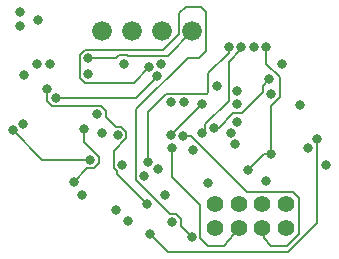
<source format=gbr>
G04 EAGLE Gerber RS-274X export*
G75*
%MOMM*%
%FSLAX34Y34*%
%LPD*%
%INCopper Layer 2*%
%IPPOS*%
%AMOC8*
5,1,8,0,0,1.08239X$1,22.5*%
G01*
%ADD10C,1.676400*%
%ADD11C,1.408000*%
%ADD12C,0.806400*%
%ADD13C,0.203200*%


D10*
X368204Y439191D03*
X393604Y439191D03*
X419004Y439191D03*
X444404Y439191D03*
D11*
X463525Y272730D03*
X463525Y292730D03*
X483525Y272730D03*
X483525Y292730D03*
X503525Y272730D03*
X503525Y292730D03*
X523525Y272730D03*
X523525Y292730D03*
D12*
X482500Y388750D03*
X511250Y386250D03*
X352500Y356250D03*
X344051Y311683D03*
D13*
X360918Y322958D02*
X365065Y327105D01*
X365065Y332970D01*
X360918Y322958D02*
X355325Y322958D01*
X352500Y345535D02*
X352500Y356250D01*
X355325Y322958D02*
X344051Y311683D01*
X365065Y332970D02*
X352500Y345535D01*
X550000Y347500D02*
X550000Y276816D01*
X525684Y252500D01*
X423750Y252500D01*
X408750Y267500D01*
D12*
X550000Y347500D03*
X408750Y267500D03*
X535498Y376782D03*
D13*
X406250Y292500D02*
X380498Y318252D01*
D12*
X482500Y377500D03*
X406250Y292500D03*
X321250Y390000D03*
D13*
X380498Y320740D02*
X380498Y318252D01*
X380498Y320740D02*
X377920Y323317D01*
X388330Y348317D02*
X388330Y354183D01*
X384183Y358330D01*
X379283Y358330D01*
X377920Y337907D02*
X377920Y323317D01*
X377920Y337907D02*
X388330Y348317D01*
X370830Y366783D02*
X370830Y371683D01*
X366683Y375830D01*
X331683Y375420D02*
X325817Y375420D01*
X331683Y375420D02*
X332093Y375830D01*
X366683Y375830D01*
X325817Y375420D02*
X321250Y379987D01*
X370830Y366783D02*
X379283Y358330D01*
X321250Y379987D02*
X321250Y390000D01*
X414748Y400657D02*
X414748Y401267D01*
X414748Y400657D02*
X396591Y382500D01*
X328750Y382500D01*
D12*
X481977Y362119D03*
X414748Y401267D03*
X328750Y382500D03*
X390000Y278750D03*
X542500Y340000D03*
X520000Y411250D03*
X427500Y277500D03*
X356250Y416250D03*
X357985Y330037D03*
D13*
X356250Y416250D02*
X379791Y416250D01*
X423587Y418374D02*
X444404Y439191D01*
D12*
X421349Y300281D03*
X480774Y343371D03*
D13*
X389575Y418374D02*
X389268Y418682D01*
X382223Y418682D02*
X379791Y416250D01*
X382223Y418682D02*
X389268Y418682D01*
X389575Y418374D02*
X423587Y418374D01*
D12*
X313597Y448948D03*
X292353Y355134D03*
D13*
X317450Y330037D01*
X357985Y330037D01*
D12*
X379395Y288118D03*
X302087Y401956D03*
X407617Y408447D03*
X506731Y425927D03*
X363750Y368750D03*
X491848Y321915D03*
D13*
X505419Y335486D01*
X510496Y335486D02*
X511030Y334952D01*
X510496Y335486D02*
X505419Y335486D01*
D12*
X511030Y334952D03*
D13*
X506731Y411612D02*
X506731Y425927D01*
X518330Y383317D02*
X511030Y376017D01*
X511030Y334952D01*
X518330Y400013D02*
X506731Y411612D01*
X518330Y400013D02*
X518330Y383317D01*
D12*
X443855Y264825D03*
D13*
X434580Y274100D01*
X434580Y280433D01*
X430433Y284580D01*
X455834Y455460D02*
X451429Y459864D01*
X353317Y423330D02*
X349170Y419183D01*
X349170Y399567D02*
X353317Y395420D01*
X349170Y399567D02*
X349170Y419183D01*
X432974Y436997D02*
X432974Y454111D01*
X430433Y284580D02*
X425407Y284580D01*
X396670Y313317D01*
X419307Y423330D02*
X432974Y436997D01*
X419307Y423330D02*
X353317Y423330D01*
X396670Y372907D02*
X396670Y313317D01*
X396670Y372907D02*
X440282Y416519D01*
X394589Y395420D02*
X353317Y395420D01*
X394589Y395420D02*
X407617Y408447D01*
X432974Y454111D02*
X438727Y459864D01*
X451429Y459864D01*
X449976Y416519D02*
X440282Y416519D01*
X455834Y422377D02*
X455834Y455460D01*
X455834Y422377D02*
X449976Y416519D01*
D12*
X415331Y322123D03*
D13*
X455208Y355208D02*
X455208Y360357D01*
X455208Y355208D02*
X452500Y352500D01*
X455208Y360357D02*
X475000Y380150D01*
X475000Y413217D01*
X485747Y423964D02*
X485747Y426004D01*
X485747Y423964D02*
X475000Y413217D01*
D12*
X452500Y352500D03*
X485747Y426004D03*
X298750Y455000D03*
X350794Y300012D03*
X301207Y360559D03*
D13*
X462500Y357500D02*
X466517Y357500D01*
X479017Y370000D01*
X486250Y370000D01*
X503750Y387500D01*
X503750Y392770D01*
X509431Y398450D01*
D12*
X462500Y357500D03*
X509431Y398450D03*
D13*
X406508Y370913D02*
X406508Y328333D01*
D12*
X406508Y328333D03*
X475297Y426121D03*
D13*
X456519Y386014D02*
X421608Y386014D01*
X475297Y420772D02*
X475297Y426121D01*
X457920Y387415D02*
X456519Y386014D01*
X457920Y387415D02*
X457920Y403395D01*
X475297Y420772D01*
X421608Y386014D02*
X406508Y370913D01*
D12*
X403750Y316250D03*
X385000Y326250D03*
D13*
X436390Y350632D02*
X443118Y350632D01*
X490893Y302857D01*
X529428Y302857D01*
X534237Y298048D01*
X534237Y267677D01*
X524060Y257500D01*
X511250Y257500D01*
X504875Y263875D01*
X503525Y272730D01*
D12*
X436390Y350632D03*
X381250Y351250D03*
X506870Y312569D03*
X367500Y352500D03*
X386335Y411602D03*
X465000Y392500D03*
X496289Y425925D03*
X356250Y402500D03*
D13*
X426250Y351250D02*
X452500Y377500D01*
D12*
X452500Y377500D03*
X426250Y351250D03*
X426250Y378893D03*
X437053Y378748D03*
X417500Y411250D03*
D13*
X427500Y340000D02*
X427500Y315635D01*
X450975Y292160D01*
X450975Y264025D01*
X457500Y257500D01*
X470826Y257500D01*
X483525Y272730D01*
D12*
X427500Y340000D03*
X557500Y326250D03*
X323714Y411409D03*
X444832Y338906D03*
X457787Y310256D03*
X298544Y443885D03*
X476812Y353013D03*
X312500Y411250D03*
M02*

</source>
